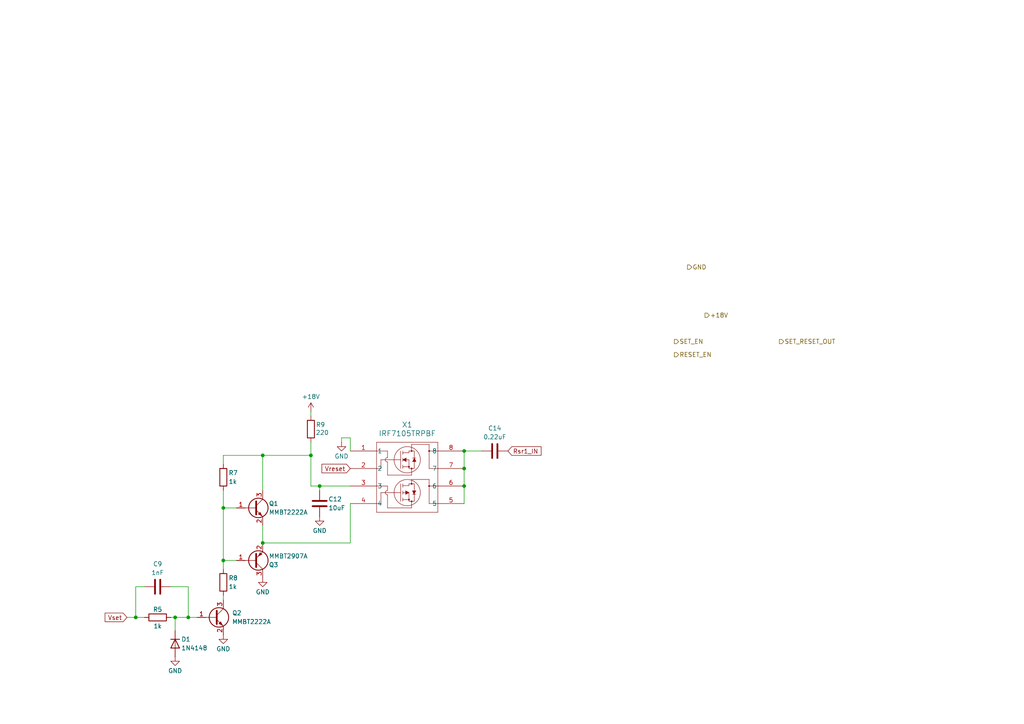
<source format=kicad_sch>
(kicad_sch (version 20250114) (generator "eeschema") (generator_version "9.0")
  (paper "A4")
  (lib_symbols
    (symbol "Device:C" (pin_numbers (hide yes)) (pin_names (offset 0.254))
      (property "Reference" "C" (at 0.635 2.54 0))
      (property "Value" "C" (at 0.635 -2.54 0))
      (symbol "C_0_1"
        (polyline (pts (xy -2.032 0.762) (xy 2.032 0.762)) (stroke (width 0.508)))
        (polyline (pts (xy -2.032 -0.762) (xy 2.032 -0.762)) (stroke (width 0.508)))
      )
      (symbol "C_1_1"
        (pin passive line (at 0 3.81 270) (length 2.794) (name "~") (number "1"))
        (pin passive line (at 0 -3.81 90) (length 2.794) (name "~") (number "2"))
      )
    )
    (symbol "Device:D" (pin_numbers (hide yes)) (pin_names (offset 1.016) (hide yes))
      (property "Reference" "D" (at 0 2.54 0))
      (property "Value" "D" (at 0 -2.54 0))
      (symbol "D_0_1"
        (polyline (pts (xy -1.27 1.27) (xy -1.27 -1.27)) (stroke (width 0.254)))
        (polyline (pts (xy 1.27 1.27) (xy 1.27 -1.27) (xy -1.27 0) (xy 1.27 1.27)) (stroke (width 0.254)))
        (polyline (pts (xy 1.27 0) (xy -1.27 0)))
      )
      (symbol "D_1_1"
        (pin passive line (at -3.81 0 0) (length 2.54) (name "K") (number "1"))
        (pin passive line (at 3.81 0 180) (length 2.54) (name "A") (number "2"))
      )
    )
    (symbol "Device:R" (pin_numbers (hide yes)) (pin_names (offset 0))
      (property "Reference" "R" (at 2.032 0 90))
      (property "Value" "R" (at 0 0 90))
      (symbol "R_0_1"
        (rectangle (start -1.016 -2.54) (end 1.016 2.54) (stroke (width 0.254)))
      )
      (symbol "R_1_1"
        (pin passive line (at 0 3.81 270) (length 1.27) (name "~") (number "1"))
        (pin passive line (at 0 -3.81 90) (length 1.27) (name "~") (number "2"))
      )
    )
    (symbol "IRF7105TRPBF:IRF7105TRPBF" (pin_names (offset 0.254))
      (property "Reference" "Q" (at 17.145 7.62 0))
      (property "Value" "IRF7105TRPBF" (at 20.32 5.08 0))
      (symbol "IRF7105TRPBF_0_1"
        (polyline (pts (xy 7.62 2.54) (xy 7.62 -17.78)) (stroke (width 0.127)))
        (polyline (pts (xy 7.62 0) (xy 10.795 0)) (stroke (width 0.127)))
        (polyline (pts (xy 7.62 -5.08) (xy 8.89 -5.08)) (stroke (width 0.127)))
        (polyline (pts (xy 7.62 -10.16) (xy 10.795 -10.16)) (stroke (width 0.127)))
        (polyline (pts (xy 7.62 -15.24) (xy 8.89 -15.24)) (stroke (width 0.127)))
        (polyline (pts (xy 7.62 -17.78) (xy 25.4 -17.78)) (stroke (width 0.127)))
        (polyline (pts (xy 8.89 -2.54) (xy 14.605 -2.54)) (stroke (width 0.127)))
        (polyline (pts (xy 8.89 -5.08) (xy 8.89 -2.54)) (stroke (width 0.127)))
        (polyline (pts (xy 8.89 -12.065) (xy 8.89 -15.24)) (stroke (width 0.127)))
        (polyline (pts (xy 8.89 -12.065) (xy 14.605 -12.065)) (stroke (width 0.127)))
        (polyline (pts (xy 10.795 0) (xy 10.795 -1.905)) (stroke (width 0.127)))
        (polyline (pts (xy 10.795 -3.175) (xy 10.795 -6.985)) (stroke (width 0.127)))
        (polyline (pts (xy 10.795 -6.985) (xy 17.78 -6.985)) (stroke (width 0.127)))
        (polyline (pts (xy 10.795 -10.16) (xy 10.795 -11.43)) (stroke (width 0.127)))
        (polyline (pts (xy 10.795 -12.7) (xy 10.795 -16.51)) (stroke (width 0.127)))
        (polyline (pts (xy 10.795 -16.51) (xy 17.78 -16.51)) (stroke (width 0.127)))
        (arc (start 10.795 -3.175) (mid 10.1627 -2.54) (end 10.795 -1.905) (stroke (width 0.127)))
        (arc (start 10.795 -12.7) (mid 10.1627 -12.065) (end 10.795 -11.43) (stroke (width 0.127)))
        (polyline (pts (xy 14.605 0) (xy 14.605 -5.08)) (stroke (width 0.127)))
        (polyline (pts (xy 14.605 -14.605) (xy 14.605 -9.525)) (stroke (width 0.127)))
        (polyline (pts (xy 15.24 0) (xy 15.24 -1.016)) (stroke (width 0.127)))
        (polyline (pts (xy 15.24 -0.508) (xy 17.018 -0.508)) (stroke (width 0.127)))
        (polyline (pts (xy 15.24 -2.032) (xy 15.24 -3.048)) (stroke (width 0.127)))
        (polyline (pts (xy 15.24 -4.064) (xy 15.24 -5.08)) (stroke (width 0.127)))
        (polyline (pts (xy 15.24 -4.572) (xy 17.018 -4.572)) (stroke (width 0.127)))
        (polyline (pts (xy 15.24 -10.033) (xy 17.018 -10.033)) (stroke (width 0.127)))
        (polyline (pts (xy 15.24 -10.541) (xy 15.24 -9.525)) (stroke (width 0.127)))
        (polyline (pts (xy 15.24 -12.065) (xy 16.51 -12.065)) (stroke (width 0.127)))
        (polyline (pts (xy 15.24 -12.573) (xy 15.24 -11.557)) (stroke (width 0.127)))
        (polyline (pts (xy 15.24 -14.097) (xy 17.018 -14.097)) (stroke (width 0.127)))
        (polyline (pts (xy 15.24 -14.605) (xy 15.24 -13.589)) (stroke (width 0.127)))
        (polyline (pts (xy 16.002 -11.557) (xy 17.018 -12.065) (xy 16.002 -12.573)) (fill (type outline)))
        (polyline (pts (xy 16.256 -2.54) (xy 17.018 -2.54)) (stroke (width 0.127)))
        (polyline (pts (xy 16.256 -3.048) (xy 15.24 -2.54) (xy 16.256 -2.032)) (fill (type outline)))
        (circle (center 16.51 -2.54) (radius 3.81) (stroke (width 0.127)))
        (circle (center 16.51 -12.065) (radius 3.81) (stroke (width 0.127)))
        (polyline (pts (xy 17.018 0) (xy 17.018 -0.508)) (stroke (width 0.127)))
        (polyline (pts (xy 17.018 0) (xy 18.542 0)) (stroke (width 0.127)))
        (polyline (pts (xy 17.018 -2.54) (xy 17.018 -5.08)) (stroke (width 0.127)))
        (circle (center 17.018 -4.572) (radius 0.127) (stroke (width 0.254)))
        (polyline (pts (xy 17.018 -5.08) (xy 18.542 -5.08)) (stroke (width 0.127)))
        (polyline (pts (xy 17.018 -9.525) (xy 18.542 -9.525)) (stroke (width 0.127)))
        (polyline (pts (xy 17.018 -10.033) (xy 17.018 -9.525)) (stroke (width 0.127)))
        (circle (center 17.018 -14.097) (radius 0.127) (stroke (width 0.254)))
        (polyline (pts (xy 17.018 -14.605) (xy 17.018 -12.065)) (stroke (width 0.127)))
        (polyline (pts (xy 17.018 -14.605) (xy 18.542 -14.605)) (stroke (width 0.127)))
        (polyline (pts (xy 17.78 1.905) (xy 22.86 1.905)) (stroke (width 0.127)))
        (polyline (pts (xy 17.78 0) (xy 17.78 1.905)) (stroke (width 0.127)))
        (circle (center 17.78 0) (radius 0.127) (stroke (width 0.254)))
        (polyline (pts (xy 17.78 -5.08) (xy 17.78 -6.985)) (stroke (width 0.127)))
        (circle (center 17.78 -5.08) (radius 0.127) (stroke (width 0.254)))
        (polyline (pts (xy 17.78 -8.255) (xy 22.86 -8.255)) (stroke (width 0.127)))
        (polyline (pts (xy 17.78 -9.525) (xy 17.78 -8.255)) (stroke (width 0.127)))
        (circle (center 17.78 -9.525) (radius 0.127) (stroke (width 0.254)))
        (circle (center 17.78 -14.605) (radius 0.127) (stroke (width 0.254)))
        (polyline (pts (xy 17.78 -16.51) (xy 17.78 -14.605)) (stroke (width 0.127)))
        (polyline (pts (xy 18.034 -2.032) (xy 19.05 -2.032)) (stroke (width 0.127)))
        (polyline (pts (xy 18.034 -3.048) (xy 19.05 -3.048) (xy 18.542 -2.032)) (fill (type outline)))
        (polyline (pts (xy 18.542 0) (xy 18.542 -2.032)) (stroke (width 0.127)))
        (polyline (pts (xy 18.542 -3.048) (xy 18.542 -5.08)) (stroke (width 0.127)))
        (polyline (pts (xy 18.542 -14.605) (xy 18.542 -9.525)) (stroke (width 0.127)))
        (polyline (pts (xy 19.05 -11.557) (xy 18.034 -11.557) (xy 18.542 -12.573)) (fill (type outline)))
        (polyline (pts (xy 19.05 -12.573) (xy 18.034 -12.573)) (stroke (width 0.127)))
        (polyline (pts (xy 22.86 1.905) (xy 22.86 -5.08)) (stroke (width 0.127)))
        (circle (center 22.86 0) (radius 0.127) (stroke (width 0.254)))
        (polyline (pts (xy 22.86 -5.08) (xy 25.4 -5.08)) (stroke (width 0.127)))
        (polyline (pts (xy 22.86 -8.255) (xy 22.86 -15.24)) (stroke (width 0.127)))
        (circle (center 22.86 -10.16) (radius 0.127) (stroke (width 0.254)))
        (polyline (pts (xy 22.86 -15.24) (xy 25.4 -15.24)) (stroke (width 0.127)))
        (polyline (pts (xy 25.4 2.54) (xy 7.62 2.54)) (stroke (width 0.127)))
        (polyline (pts (xy 25.4 2.54) (xy 25.4 -17.78)) (stroke (width 0.127)))
        (polyline (pts (xy 25.4 0) (xy 22.86 0)) (stroke (width 0.127)))
        (polyline (pts (xy 25.4 -10.16) (xy 22.86 -10.16)) (stroke (width 0.127)))
        (pin unspecified line (at 0 0 0) (length 7.62) (name "1") (number "1"))
        (pin unspecified line (at 0 -5.08 0) (length 7.62) (name "2") (number "2"))
        (pin unspecified line (at 0 -10.16 0) (length 7.62) (name "3") (number "3"))
        (pin unspecified line (at 0 -15.24 0) (length 7.62) (name "4") (number "4"))
        (pin unspecified line (at 33.02 0 180) (length 7.62) (name "8") (number "8"))
        (pin unspecified line (at 33.02 -5.08 180) (length 7.62) (name "7") (number "7"))
        (pin unspecified line (at 33.02 -10.16 180) (length 7.62) (name "6") (number "6"))
        (pin unspecified line (at 33.02 -15.24 180) (length 7.62) (name "5") (number "5"))
      )
    )
    (symbol "Transistor_BJT:MMBT2222A" (pin_names (offset 0) (hide yes))
      (property "Reference" "Q" (at 5.08 1.905 0))
      (property "Value" "MMBT2222A" (at 5.08 0 0))
      (symbol "MMBT2222A_0_1"
        (polyline (pts (xy -2.54 0) (xy 0.635 0)))
        (polyline (pts (xy 0.635 1.905) (xy 0.635 -1.905)) (stroke (width 0.508)))
        (circle (center 1.27 0) (radius 2.8194) (stroke (width 0.254)))
      )
      (symbol "MMBT2222A_1_1"
        (polyline (pts (xy 0.635 0.635) (xy 2.54 2.54)))
        (polyline (pts (xy 0.635 -0.635) (xy 2.54 -2.54)))
        (polyline (pts (xy 1.27 -1.778) (xy 1.778 -1.27) (xy 2.286 -2.286) (xy 1.27 -1.778)) (fill (type outline)))
        (pin input line (at -5.08 0 0) (length 2.54) (name "B") (number "1"))
        (pin passive line (at 2.54 5.08 270) (length 2.54) (name "C") (number "3"))
        (pin passive line (at 2.54 -5.08 90) (length 2.54) (name "E") (number "2"))
      )
    )
    (symbol "Transistor_BJT:Q_PNP_BEC" (pin_names (offset 0) (hide yes))
      (property "Reference" "Q" (at 5.08 1.27 0))
      (property "Value" "Q_PNP_BEC" (at 5.08 -1.27 0))
      (symbol "Q_PNP_BEC_0_1"
        (polyline (pts (xy -2.54 0) (xy 0.635 0)))
        (polyline (pts (xy 0.635 1.905) (xy 0.635 -1.905)) (stroke (width 0.508)))
        (polyline (pts (xy 0.635 0.635) (xy 2.54 2.54)))
        (polyline (pts (xy 0.635 -0.635) (xy 2.54 -2.54)))
        (circle (center 1.27 0) (radius 2.8194) (stroke (width 0.254)))
        (polyline (pts (xy 2.286 -1.778) (xy 1.778 -2.286) (xy 1.27 -1.27) (xy 2.286 -1.778)) (fill (type outline)))
      )
      (symbol "Q_PNP_BEC_1_1"
        (pin input line (at -5.08 0 0) (length 2.54) (name "B") (number "1"))
        (pin passive line (at 2.54 5.08 270) (length 2.54) (name "C") (number "3"))
        (pin passive line (at 2.54 -5.08 90) (length 2.54) (name "E") (number "2"))
      )
    )
    (symbol "power:+15V" (power) (pin_numbers (hide yes)) (pin_names (offset 0) (hide yes))
      (property "Value" "+15V" (at 0 3.556 0))
      (symbol "+15V_0_1"
        (polyline (pts (xy -0.762 1.27) (xy 0 2.54)))
        (polyline (pts (xy 0 2.54) (xy 0.762 1.27)))
        (polyline (pts (xy 0 0) (xy 0 2.54)))
      )
      (symbol "+15V_1_1"
        (pin power_in line (at 0 0 90) (length 0) (name "~") (number "1"))
      )
    )
    (symbol "power:GND" (power) (pin_numbers (hide yes)) (pin_names (offset 0) (hide yes))
      (property "Value" "GND" (at 0 -3.81 0))
      (symbol "GND_0_1"
        (polyline (pts (xy 0 0) (xy 0 -1.27) (xy 1.27 -1.27) (xy 0 -2.54) (xy -1.27 -1.27) (xy 0 -1.27)))
      )
      (symbol "GND_1_1"
        (pin power_in line (at 0 0 270) (length 0) (name "~") (number "1"))
      )
    )
  )
  (junction (at 39.37 179.07))
  (junction (at 76.2 132.08))
  (junction (at 64.77 162.56))
  (junction (at 50.8 179.07))
  (junction (at 134.62 140.97))
  (junction (at 54.61 179.07))
  (junction (at 134.62 130.81))
  (junction (at 90.17 132.08))
  (junction (at 76.2 157.48))
  (junction (at 92.71 140.97))
  (junction (at 134.62 135.89))
  (junction (at 64.77 147.32))
  (wire (pts (xy 90.17 120.65) (xy 90.17 119.38)))
  (wire (pts (xy 64.77 134.62) (xy 64.77 132.08)))
  (wire (pts (xy 64.77 132.08) (xy 76.2 132.08)))
  (wire (pts (xy 39.37 179.07) (xy 41.91 179.07)))
  (wire (pts (xy 134.62 140.97) (xy 134.62 146.05)))
  (wire (pts (xy 92.71 142.24) (xy 92.71 140.97)))
  (wire (pts (xy 92.71 140.97) (xy 101.6 140.97)))
  (wire (pts (xy 101.6 127) (xy 101.6 130.81)))
  (wire (pts (xy 76.2 132.08) (xy 90.17 132.08)))
  (wire (pts (xy 101.6 157.48) (xy 101.6 146.05)))
  (wire (pts (xy 54.61 170.18) (xy 54.61 179.07)))
  (wire (pts (xy 41.91 170.18) (xy 39.37 170.18)))
  (wire (pts (xy 54.61 179.07) (xy 57.15 179.07)))
  (wire (pts (xy 64.77 162.56) (xy 64.77 165.1)))
  (wire (pts (xy 39.37 170.18) (xy 39.37 179.07)))
  (wire (pts (xy 99.06 128.27) (xy 99.06 127)))
  (wire (pts (xy 90.17 128.27) (xy 90.17 132.08)))
  (wire (pts (xy 134.62 130.81) (xy 134.62 135.89)))
  (wire (pts (xy 90.17 132.08) (xy 90.17 140.97)))
  (wire (pts (xy 99.06 127) (xy 101.6 127)))
  (wire (pts (xy 49.53 170.18) (xy 54.61 170.18)))
  (wire (pts (xy 64.77 147.32) (xy 68.58 147.32)))
  (wire (pts (xy 90.17 140.97) (xy 92.71 140.97)))
  (wire (pts (xy 134.62 130.81) (xy 139.7 130.81)))
  (wire (pts (xy 134.62 135.89) (xy 134.62 140.97)))
  (wire (pts (xy 50.8 179.07) (xy 50.8 182.88)))
  (wire (pts (xy 49.53 179.07) (xy 50.8 179.07)))
  (wire (pts (xy 50.8 179.07) (xy 54.61 179.07)))
  (wire (pts (xy 64.77 173.99) (xy 64.77 172.72)))
  (wire (pts (xy 64.77 147.32) (xy 64.77 162.56)))
  (wire (pts (xy 76.2 157.48) (xy 101.6 157.48)))
  (wire (pts (xy 64.77 142.24) (xy 64.77 147.32)))
  (wire (pts (xy 64.77 162.56) (xy 68.58 162.56)))
  (wire (pts (xy 76.2 152.4) (xy 76.2 157.48)))
  (wire (pts (xy 36.83 179.07) (xy 39.37 179.07)))
  (wire (pts (xy 76.2 132.08) (xy 76.2 142.24)))
  (global_label "Vreset" (shape input) (at 101.6 135.89 180) (property "Intersheetrefs" "${INTERSHEET_REFS}" (effects (hide yes))))
  (global_label "Vset" (shape input) (at 36.83 179.07 180) (property "Intersheetrefs" "${INTERSHEET_REFS}" (effects (hide yes))))
  (global_label "Rsr1_IN" (shape input) (at 147.32 130.81 0) (property "Intersheetrefs" "${INTERSHEET_REFS}" (effects (hide yes))))
  (hierarchical_label "+18V" (shape output) (at 204.47 91.44 0))
  (hierarchical_label "GND" (shape output) (at 199.39 77.47 0))
  (hierarchical_label "RESET_EN" (shape output) (at 195.58 102.87 0))
  (hierarchical_label "SET_RESET_OUT" (shape output) (at 226.06 99.06 0))
  (hierarchical_label "SET_EN" (shape output) (at 195.58 99.06 0))
  (symbol (lib_id "Transistor_BJT:MMBT2222A") (at 62.23 179.07 0) (unit 1)
    (property "Reference" "Q2" (at 67.31 177.7999 0) (effects (justify left)))
    (property "Value" "MMBT2222A" (at 67.31 180.3399 0) (effects (justify left)))
    (property "Footprint" "Package_TO_SOT_SMD:SOT-23" (effects (hide yes)))
    (property "Datasheet" "https://assets.nexperia.com/documents/data-sheet/MMBT2222A.pdf" (effects (hide yes)))
    (property "Description" "600mA Ic, 40V Vce, NPN Transistor, SOT-23" (effects (hide yes)))
  )
  (symbol (lib_id "Device:C") (at 92.71 146.05 0) (unit 1)
    (property "Reference" "C12" (at 95.25 144.78 0) (effects (justify left)))
    (property "Value" "10uF" (at 95.25 147.32 0) (effects (justify left)))
    (property "Description" "Unpolarized capacitor" (effects (hide yes)))
  )
  (symbol (lib_id "power:GND") (at 50.8 190.5 0) (unit 1)
    (property "Reference" "#PWR047" (effects (hide yes)))
    (property "Value" "GND" (at 50.8 194.564 0))
    (property "Description" "Power symbol creates a global label with name \"GND\" , ground" (effects (hide yes)))
  )
  (symbol (lib_id "Device:D") (at 50.8 186.69 270) (unit 1)
    (property "Reference" "D1" (at 52.578 185.42 90) (effects (justify left)))
    (property "Value" "1N4148" (at 52.578 187.96 90) (effects (justify left)))
    (property "Description" "Diode" (effects (hide yes)))
    (property "Sim.Device" "D" (effects (hide yes)))
    (property "Sim.Pins" "1=K 2=A" (effects (hide yes)))
  )
  (symbol (lib_id "Device:R") (at 64.77 138.43 0) (unit 1)
    (property "Reference" "R7" (at 66.294 137.16 0) (effects (justify left)))
    (property "Value" "1k" (at 66.294 139.7 0) (effects (justify left)))
    (property "Description" "Resistor" (effects (hide yes)))
  )
  (symbol (lib_id "Transistor_BJT:Q_PNP_BEC") (at 73.66 162.56 0) (mirror x) (unit 1)
    (property "Reference" "Q3" (at 77.978 163.83 0) (effects (justify left)))
    (property "Value" "MMBT2907A" (at 77.978 161.29 0) (effects (justify left)))
    (property "Footprint" "Package_TO_SOT_SMD:SOT-23" (effects (hide yes)))
    (property "Description" "PNP transistor, base/emitter/collector" (effects (hide yes)))
    (property "Field5" "C7420352" (effects (hide yes)))
  )
  (symbol (lib_id "power:GND") (at 92.71 149.86 0) (unit 1)
    (property "Reference" "#PWR057" (effects (hide yes)))
    (property "Value" "GND" (at 92.71 153.924 0))
    (property "Description" "Power symbol creates a global label with name \"GND\" , ground" (effects (hide yes)))
  )
  (symbol (lib_id "IRF7105TRPBF:IRF7105TRPBF") (at 101.6 130.81 0) (unit 1)
    (property "Reference" "X1" (at 118.11 123.19 0) (effects (font (size 1.524 1.524))))
    (property "Value" "IRF7105TRPBF" (at 118.11 125.73 0) (effects (font (size 1.524 1.524))))
    (property "Footprint" "SO-8_INF:SO-8_INF" (effects (hide yes)))
    (property "Datasheet" "https://www.infineon.com/dgdl/irf7105pbf.pdf?fileId=5546d462533600a4015355f118ff1ad0" (effects (hide yes)))
  )
  (symbol (lib_id "Device:R") (at 45.72 179.07 90) (unit 1)
    (property "Reference" "R5" (at 45.72 176.784 90))
    (property "Value" "1k" (at 45.72 181.61 90))
    (property "Description" "Resistor" (effects (hide yes)))
  )
  (symbol (lib_id "power:GND") (at 64.77 184.15 0) (unit 1)
    (property "Reference" "#PWR050" (effects (hide yes)))
    (property "Value" "GND" (at 64.77 188.214 0))
    (property "Description" "Power symbol creates a global label with name \"GND\" , ground" (effects (hide yes)))
  )
  (symbol (lib_id "Device:C") (at 45.72 170.18 90) (unit 1)
    (property "Reference" "C9" (at 45.72 163.576 90))
    (property "Value" "1nF" (at 45.72 166.116 90))
    (property "Description" "Unpolarized capacitor" (effects (hide yes)))
  )
  (symbol (lib_id "Device:R") (at 64.77 168.91 0) (unit 1)
    (property "Reference" "R8" (at 66.294 167.64 0) (effects (justify left)))
    (property "Value" "1k" (at 66.294 170.18 0) (effects (justify left)))
    (property "Description" "Resistor" (effects (hide yes)))
  )
  (symbol (lib_id "Device:R") (at 90.17 124.46 180) (unit 1)
    (property "Reference" "R9" (at 92.964 123.19 0))
    (property "Value" "220" (at 93.472 125.476 0))
    (property "Description" "Resistor" (effects (hide yes)))
  )
  (symbol (lib_id "power:GND") (at 99.06 128.27 0) (unit 1)
    (property "Reference" "#PWR059" (effects (hide yes)))
    (property "Value" "GND" (at 99.06 132.334 0))
    (property "Description" "Power symbol creates a global label with name \"GND\" , ground" (effects (hide yes)))
  )
  (symbol (lib_id "power:+15V") (at 90.17 119.38 0) (unit 1)
    (property "Reference" "#PWR056" (effects (hide yes)))
    (property "Value" "+18V" (at 90.17 115.062 0))
    (property "Description" "Power symbol creates a global label with name \"+15V\"" (effects (hide yes)))
  )
  (symbol (lib_id "Transistor_BJT:MMBT2222A") (at 73.66 147.32 0) (unit 1)
    (property "Reference" "Q1" (at 77.978 146.05 0) (effects (justify left)))
    (property "Value" "MMBT2222A" (at 77.978 148.59 0) (effects (justify left)))
    (property "Footprint" "Package_TO_SOT_SMD:SOT-23" (effects (hide yes)))
    (property "Datasheet" "https://assets.nexperia.com/documents/data-sheet/MMBT2222A.pdf" (effects (hide yes)))
    (property "Description" "600mA Ic, 40V Vce, NPN Transistor, SOT-23" (effects (hide yes)))
  )
  (symbol (lib_id "Device:C") (at 143.51 130.81 90) (unit 1)
    (property "Reference" "C14" (at 143.51 124.206 90))
    (property "Value" "0.22uF" (at 143.51 126.746 90))
    (property "Description" "Unpolarized capacitor" (effects (hide yes)))
  )
  (symbol (lib_id "power:GND") (at 76.2 167.64 0) (unit 1)
    (property "Reference" "#PWR053" (effects (hide yes)))
    (property "Value" "GND" (at 76.2 171.704 0))
    (property "Description" "Power symbol creates a global label with name \"GND\" , ground" (effects (hide yes)))
  )
)
</source>
